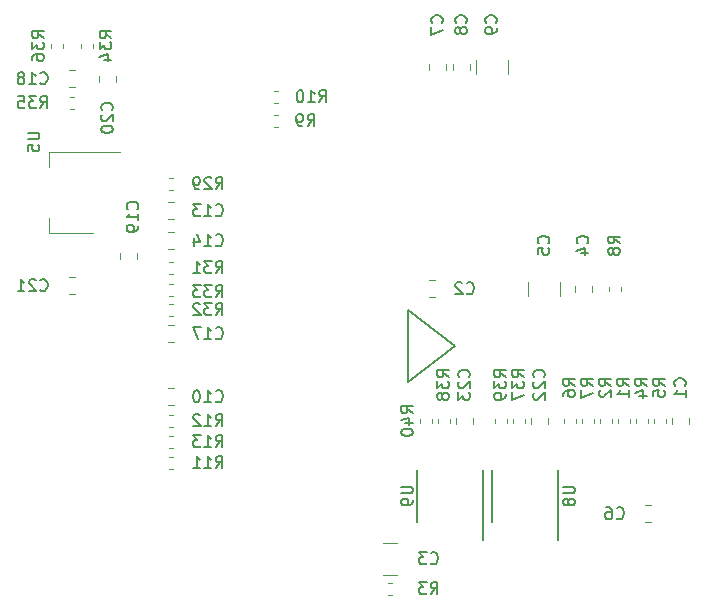
<source format=gbr>
G04 #@! TF.GenerationSoftware,KiCad,Pcbnew,(5.1.5-0-10_14)*
G04 #@! TF.CreationDate,2019-12-31T01:38:16-08:00*
G04 #@! TF.ProjectId,Glue Board,476c7565-2042-46f6-9172-642e6b696361,rev?*
G04 #@! TF.SameCoordinates,Original*
G04 #@! TF.FileFunction,Legend,Bot*
G04 #@! TF.FilePolarity,Positive*
%FSLAX46Y46*%
G04 Gerber Fmt 4.6, Leading zero omitted, Abs format (unit mm)*
G04 Created by KiCad (PCBNEW (5.1.5-0-10_14)) date 2019-12-31 01:38:16*
%MOMM*%
%LPD*%
G04 APERTURE LIST*
%ADD10C,0.120000*%
%ADD11C,0.150000*%
G04 APERTURE END LIST*
D10*
X202783221Y-53846000D02*
X203108779Y-53846000D01*
X202783221Y-54866000D02*
X203108779Y-54866000D01*
D11*
X220478000Y-91913000D02*
X220478000Y-85938000D01*
X214953000Y-90338000D02*
X214953000Y-85938000D01*
X226828000Y-91913000D02*
X226828000Y-85938000D01*
X221303000Y-90338000D02*
X221303000Y-85938000D01*
D10*
X216156000Y-81625221D02*
X216156000Y-81950779D01*
X215136000Y-81625221D02*
X215136000Y-81950779D01*
X222506000Y-81625221D02*
X222506000Y-81950779D01*
X221486000Y-81625221D02*
X221486000Y-81950779D01*
X217680000Y-81625221D02*
X217680000Y-81950779D01*
X216660000Y-81625221D02*
X216660000Y-81950779D01*
X224030000Y-81625221D02*
X224030000Y-81950779D01*
X223010000Y-81625221D02*
X223010000Y-81950779D01*
X218238000Y-82046578D02*
X218238000Y-81529422D01*
X219658000Y-82046578D02*
X219658000Y-81529422D01*
X224588000Y-82046578D02*
X224588000Y-81529422D01*
X226008000Y-82046578D02*
X226008000Y-81529422D01*
X189774000Y-59074000D02*
X183764000Y-59074000D01*
X187524000Y-65894000D02*
X183764000Y-65894000D01*
X183764000Y-59074000D02*
X183764000Y-60334000D01*
X183764000Y-65894000D02*
X183764000Y-64634000D01*
X183894000Y-50200779D02*
X183894000Y-49875221D01*
X184914000Y-50200779D02*
X184914000Y-49875221D01*
X185836779Y-55374000D02*
X185511221Y-55374000D01*
X185836779Y-54354000D02*
X185511221Y-54354000D01*
X187454000Y-49875221D02*
X187454000Y-50200779D01*
X186434000Y-49875221D02*
X186434000Y-50200779D01*
X185932578Y-71068000D02*
X185415422Y-71068000D01*
X185932578Y-69648000D02*
X185415422Y-69648000D01*
X188012000Y-53090578D02*
X188012000Y-52573422D01*
X189432000Y-53090578D02*
X189432000Y-52573422D01*
X191210000Y-67559422D02*
X191210000Y-68076578D01*
X189790000Y-67559422D02*
X189790000Y-68076578D01*
X185932578Y-53542000D02*
X185415422Y-53542000D01*
X185932578Y-52122000D02*
X185415422Y-52122000D01*
X193893221Y-70229000D02*
X194218779Y-70229000D01*
X193893221Y-71249000D02*
X194218779Y-71249000D01*
X193893221Y-71880000D02*
X194218779Y-71880000D01*
X193893221Y-72900000D02*
X194218779Y-72900000D01*
X194218779Y-69344000D02*
X193893221Y-69344000D01*
X194218779Y-68324000D02*
X193893221Y-68324000D01*
X194218779Y-62232000D02*
X193893221Y-62232000D01*
X194218779Y-61212000D02*
X193893221Y-61212000D01*
X193893221Y-83056000D02*
X194218779Y-83056000D01*
X193893221Y-84076000D02*
X194218779Y-84076000D01*
X193893221Y-81278000D02*
X194218779Y-81278000D01*
X193893221Y-82298000D02*
X194218779Y-82298000D01*
X193893221Y-84834000D02*
X194218779Y-84834000D01*
X193893221Y-85854000D02*
X194218779Y-85854000D01*
X194314578Y-75132000D02*
X193797422Y-75132000D01*
X194314578Y-73712000D02*
X193797422Y-73712000D01*
X193797422Y-65838000D02*
X194314578Y-65838000D01*
X193797422Y-67258000D02*
X194314578Y-67258000D01*
X193797422Y-63298000D02*
X194314578Y-63298000D01*
X193797422Y-64718000D02*
X194314578Y-64718000D01*
X194314578Y-80466000D02*
X193797422Y-80466000D01*
X194314578Y-79046000D02*
X193797422Y-79046000D01*
X202783221Y-55878000D02*
X203108779Y-55878000D01*
X202783221Y-56898000D02*
X203108779Y-56898000D01*
X219874000Y-52418064D02*
X219874000Y-51213936D01*
X222594000Y-52418064D02*
X222594000Y-51213936D01*
X217984000Y-52074578D02*
X217984000Y-51557422D01*
X219404000Y-52074578D02*
X219404000Y-51557422D01*
X215952000Y-52074578D02*
X215952000Y-51557422D01*
X217372000Y-52074578D02*
X217372000Y-51557422D01*
X234700578Y-90372000D02*
X234183422Y-90372000D01*
X234700578Y-88952000D02*
X234183422Y-88952000D01*
X231138000Y-70774779D02*
X231138000Y-70449221D01*
X232158000Y-70774779D02*
X232158000Y-70449221D01*
X229872000Y-81625221D02*
X229872000Y-81950779D01*
X228852000Y-81625221D02*
X228852000Y-81950779D01*
X228348000Y-81625221D02*
X228348000Y-81950779D01*
X227328000Y-81625221D02*
X227328000Y-81950779D01*
X235968000Y-81625221D02*
X235968000Y-81950779D01*
X234948000Y-81625221D02*
X234948000Y-81950779D01*
X233424000Y-81950779D02*
X233424000Y-81625221D01*
X234444000Y-81950779D02*
X234444000Y-81625221D01*
X212435221Y-95502000D02*
X212760779Y-95502000D01*
X212435221Y-96522000D02*
X212760779Y-96522000D01*
X231396000Y-81625221D02*
X231396000Y-81950779D01*
X230376000Y-81625221D02*
X230376000Y-81950779D01*
X231900000Y-81950779D02*
X231900000Y-81625221D01*
X232920000Y-81950779D02*
X232920000Y-81625221D01*
D11*
X214154000Y-72403000D02*
X214154000Y-78473000D01*
X218154000Y-75438000D02*
X214154000Y-78473000D01*
X218154000Y-75438000D02*
X214154000Y-72403000D01*
D10*
X224319000Y-71214064D02*
X224319000Y-70009936D01*
X227039000Y-71214064D02*
X227039000Y-70009936D01*
X228271000Y-70870578D02*
X228271000Y-70353422D01*
X229691000Y-70870578D02*
X229691000Y-70353422D01*
X211995936Y-92112000D02*
X213200064Y-92112000D01*
X211995936Y-94832000D02*
X213200064Y-94832000D01*
X215895422Y-69902000D02*
X216412578Y-69902000D01*
X215895422Y-71322000D02*
X216412578Y-71322000D01*
X237946000Y-81529422D02*
X237946000Y-82046578D01*
X236526000Y-81529422D02*
X236526000Y-82046578D01*
D11*
X206636857Y-54808380D02*
X206970190Y-54332190D01*
X207208285Y-54808380D02*
X207208285Y-53808380D01*
X206827333Y-53808380D01*
X206732095Y-53856000D01*
X206684476Y-53903619D01*
X206636857Y-53998857D01*
X206636857Y-54141714D01*
X206684476Y-54236952D01*
X206732095Y-54284571D01*
X206827333Y-54332190D01*
X207208285Y-54332190D01*
X205684476Y-54808380D02*
X206255904Y-54808380D01*
X205970190Y-54808380D02*
X205970190Y-53808380D01*
X206065428Y-53951238D01*
X206160666Y-54046476D01*
X206255904Y-54094095D01*
X205065428Y-53808380D02*
X204970190Y-53808380D01*
X204874952Y-53856000D01*
X204827333Y-53903619D01*
X204779714Y-53998857D01*
X204732095Y-54189333D01*
X204732095Y-54427428D01*
X204779714Y-54617904D01*
X204827333Y-54713142D01*
X204874952Y-54760761D01*
X204970190Y-54808380D01*
X205065428Y-54808380D01*
X205160666Y-54760761D01*
X205208285Y-54713142D01*
X205255904Y-54617904D01*
X205303523Y-54427428D01*
X205303523Y-54189333D01*
X205255904Y-53998857D01*
X205208285Y-53903619D01*
X205160666Y-53856000D01*
X205065428Y-53808380D01*
X213574380Y-87376095D02*
X214383904Y-87376095D01*
X214479142Y-87423714D01*
X214526761Y-87471333D01*
X214574380Y-87566571D01*
X214574380Y-87757047D01*
X214526761Y-87852285D01*
X214479142Y-87899904D01*
X214383904Y-87947523D01*
X213574380Y-87947523D01*
X214574380Y-88471333D02*
X214574380Y-88661809D01*
X214526761Y-88757047D01*
X214479142Y-88804666D01*
X214336285Y-88899904D01*
X214145809Y-88947523D01*
X213764857Y-88947523D01*
X213669619Y-88899904D01*
X213622000Y-88852285D01*
X213574380Y-88757047D01*
X213574380Y-88566571D01*
X213622000Y-88471333D01*
X213669619Y-88423714D01*
X213764857Y-88376095D01*
X214002952Y-88376095D01*
X214098190Y-88423714D01*
X214145809Y-88471333D01*
X214193428Y-88566571D01*
X214193428Y-88757047D01*
X214145809Y-88852285D01*
X214098190Y-88899904D01*
X214002952Y-88947523D01*
X227290380Y-87376095D02*
X228099904Y-87376095D01*
X228195142Y-87423714D01*
X228242761Y-87471333D01*
X228290380Y-87566571D01*
X228290380Y-87757047D01*
X228242761Y-87852285D01*
X228195142Y-87899904D01*
X228099904Y-87947523D01*
X227290380Y-87947523D01*
X227718952Y-88566571D02*
X227671333Y-88471333D01*
X227623714Y-88423714D01*
X227528476Y-88376095D01*
X227480857Y-88376095D01*
X227385619Y-88423714D01*
X227338000Y-88471333D01*
X227290380Y-88566571D01*
X227290380Y-88757047D01*
X227338000Y-88852285D01*
X227385619Y-88899904D01*
X227480857Y-88947523D01*
X227528476Y-88947523D01*
X227623714Y-88899904D01*
X227671333Y-88852285D01*
X227718952Y-88757047D01*
X227718952Y-88566571D01*
X227766571Y-88471333D01*
X227814190Y-88423714D01*
X227909428Y-88376095D01*
X228099904Y-88376095D01*
X228195142Y-88423714D01*
X228242761Y-88471333D01*
X228290380Y-88566571D01*
X228290380Y-88757047D01*
X228242761Y-88852285D01*
X228195142Y-88899904D01*
X228099904Y-88947523D01*
X227909428Y-88947523D01*
X227814190Y-88899904D01*
X227766571Y-88852285D01*
X227718952Y-88757047D01*
X214574380Y-81145142D02*
X214098190Y-80811809D01*
X214574380Y-80573714D02*
X213574380Y-80573714D01*
X213574380Y-80954666D01*
X213622000Y-81049904D01*
X213669619Y-81097523D01*
X213764857Y-81145142D01*
X213907714Y-81145142D01*
X214002952Y-81097523D01*
X214050571Y-81049904D01*
X214098190Y-80954666D01*
X214098190Y-80573714D01*
X213907714Y-82002285D02*
X214574380Y-82002285D01*
X213526761Y-81764190D02*
X214241047Y-81526095D01*
X214241047Y-82145142D01*
X213574380Y-82716571D02*
X213574380Y-82811809D01*
X213622000Y-82907047D01*
X213669619Y-82954666D01*
X213764857Y-83002285D01*
X213955333Y-83049904D01*
X214193428Y-83049904D01*
X214383904Y-83002285D01*
X214479142Y-82954666D01*
X214526761Y-82907047D01*
X214574380Y-82811809D01*
X214574380Y-82716571D01*
X214526761Y-82621333D01*
X214479142Y-82573714D01*
X214383904Y-82526095D01*
X214193428Y-82478476D01*
X213955333Y-82478476D01*
X213764857Y-82526095D01*
X213669619Y-82573714D01*
X213622000Y-82621333D01*
X213574380Y-82716571D01*
X222448380Y-78097142D02*
X221972190Y-77763809D01*
X222448380Y-77525714D02*
X221448380Y-77525714D01*
X221448380Y-77906666D01*
X221496000Y-78001904D01*
X221543619Y-78049523D01*
X221638857Y-78097142D01*
X221781714Y-78097142D01*
X221876952Y-78049523D01*
X221924571Y-78001904D01*
X221972190Y-77906666D01*
X221972190Y-77525714D01*
X221448380Y-78430476D02*
X221448380Y-79049523D01*
X221829333Y-78716190D01*
X221829333Y-78859047D01*
X221876952Y-78954285D01*
X221924571Y-79001904D01*
X222019809Y-79049523D01*
X222257904Y-79049523D01*
X222353142Y-79001904D01*
X222400761Y-78954285D01*
X222448380Y-78859047D01*
X222448380Y-78573333D01*
X222400761Y-78478095D01*
X222353142Y-78430476D01*
X222448380Y-79525714D02*
X222448380Y-79716190D01*
X222400761Y-79811428D01*
X222353142Y-79859047D01*
X222210285Y-79954285D01*
X222019809Y-80001904D01*
X221638857Y-80001904D01*
X221543619Y-79954285D01*
X221496000Y-79906666D01*
X221448380Y-79811428D01*
X221448380Y-79620952D01*
X221496000Y-79525714D01*
X221543619Y-79478095D01*
X221638857Y-79430476D01*
X221876952Y-79430476D01*
X221972190Y-79478095D01*
X222019809Y-79525714D01*
X222067428Y-79620952D01*
X222067428Y-79811428D01*
X222019809Y-79906666D01*
X221972190Y-79954285D01*
X221876952Y-80001904D01*
X217622380Y-78097142D02*
X217146190Y-77763809D01*
X217622380Y-77525714D02*
X216622380Y-77525714D01*
X216622380Y-77906666D01*
X216670000Y-78001904D01*
X216717619Y-78049523D01*
X216812857Y-78097142D01*
X216955714Y-78097142D01*
X217050952Y-78049523D01*
X217098571Y-78001904D01*
X217146190Y-77906666D01*
X217146190Y-77525714D01*
X216622380Y-78430476D02*
X216622380Y-79049523D01*
X217003333Y-78716190D01*
X217003333Y-78859047D01*
X217050952Y-78954285D01*
X217098571Y-79001904D01*
X217193809Y-79049523D01*
X217431904Y-79049523D01*
X217527142Y-79001904D01*
X217574761Y-78954285D01*
X217622380Y-78859047D01*
X217622380Y-78573333D01*
X217574761Y-78478095D01*
X217527142Y-78430476D01*
X217050952Y-79620952D02*
X217003333Y-79525714D01*
X216955714Y-79478095D01*
X216860476Y-79430476D01*
X216812857Y-79430476D01*
X216717619Y-79478095D01*
X216670000Y-79525714D01*
X216622380Y-79620952D01*
X216622380Y-79811428D01*
X216670000Y-79906666D01*
X216717619Y-79954285D01*
X216812857Y-80001904D01*
X216860476Y-80001904D01*
X216955714Y-79954285D01*
X217003333Y-79906666D01*
X217050952Y-79811428D01*
X217050952Y-79620952D01*
X217098571Y-79525714D01*
X217146190Y-79478095D01*
X217241428Y-79430476D01*
X217431904Y-79430476D01*
X217527142Y-79478095D01*
X217574761Y-79525714D01*
X217622380Y-79620952D01*
X217622380Y-79811428D01*
X217574761Y-79906666D01*
X217527142Y-79954285D01*
X217431904Y-80001904D01*
X217241428Y-80001904D01*
X217146190Y-79954285D01*
X217098571Y-79906666D01*
X217050952Y-79811428D01*
X223972380Y-78097142D02*
X223496190Y-77763809D01*
X223972380Y-77525714D02*
X222972380Y-77525714D01*
X222972380Y-77906666D01*
X223020000Y-78001904D01*
X223067619Y-78049523D01*
X223162857Y-78097142D01*
X223305714Y-78097142D01*
X223400952Y-78049523D01*
X223448571Y-78001904D01*
X223496190Y-77906666D01*
X223496190Y-77525714D01*
X222972380Y-78430476D02*
X222972380Y-79049523D01*
X223353333Y-78716190D01*
X223353333Y-78859047D01*
X223400952Y-78954285D01*
X223448571Y-79001904D01*
X223543809Y-79049523D01*
X223781904Y-79049523D01*
X223877142Y-79001904D01*
X223924761Y-78954285D01*
X223972380Y-78859047D01*
X223972380Y-78573333D01*
X223924761Y-78478095D01*
X223877142Y-78430476D01*
X222972380Y-79382857D02*
X222972380Y-80049523D01*
X223972380Y-79620952D01*
X219305142Y-78097142D02*
X219352761Y-78049523D01*
X219400380Y-77906666D01*
X219400380Y-77811428D01*
X219352761Y-77668571D01*
X219257523Y-77573333D01*
X219162285Y-77525714D01*
X218971809Y-77478095D01*
X218828952Y-77478095D01*
X218638476Y-77525714D01*
X218543238Y-77573333D01*
X218448000Y-77668571D01*
X218400380Y-77811428D01*
X218400380Y-77906666D01*
X218448000Y-78049523D01*
X218495619Y-78097142D01*
X218495619Y-78478095D02*
X218448000Y-78525714D01*
X218400380Y-78620952D01*
X218400380Y-78859047D01*
X218448000Y-78954285D01*
X218495619Y-79001904D01*
X218590857Y-79049523D01*
X218686095Y-79049523D01*
X218828952Y-79001904D01*
X219400380Y-78430476D01*
X219400380Y-79049523D01*
X218400380Y-79382857D02*
X218400380Y-80001904D01*
X218781333Y-79668571D01*
X218781333Y-79811428D01*
X218828952Y-79906666D01*
X218876571Y-79954285D01*
X218971809Y-80001904D01*
X219209904Y-80001904D01*
X219305142Y-79954285D01*
X219352761Y-79906666D01*
X219400380Y-79811428D01*
X219400380Y-79525714D01*
X219352761Y-79430476D01*
X219305142Y-79382857D01*
X225655142Y-78097142D02*
X225702761Y-78049523D01*
X225750380Y-77906666D01*
X225750380Y-77811428D01*
X225702761Y-77668571D01*
X225607523Y-77573333D01*
X225512285Y-77525714D01*
X225321809Y-77478095D01*
X225178952Y-77478095D01*
X224988476Y-77525714D01*
X224893238Y-77573333D01*
X224798000Y-77668571D01*
X224750380Y-77811428D01*
X224750380Y-77906666D01*
X224798000Y-78049523D01*
X224845619Y-78097142D01*
X224845619Y-78478095D02*
X224798000Y-78525714D01*
X224750380Y-78620952D01*
X224750380Y-78859047D01*
X224798000Y-78954285D01*
X224845619Y-79001904D01*
X224940857Y-79049523D01*
X225036095Y-79049523D01*
X225178952Y-79001904D01*
X225750380Y-78430476D01*
X225750380Y-79049523D01*
X224845619Y-79430476D02*
X224798000Y-79478095D01*
X224750380Y-79573333D01*
X224750380Y-79811428D01*
X224798000Y-79906666D01*
X224845619Y-79954285D01*
X224940857Y-80001904D01*
X225036095Y-80001904D01*
X225178952Y-79954285D01*
X225750380Y-79382857D01*
X225750380Y-80001904D01*
X181951380Y-57404095D02*
X182760904Y-57404095D01*
X182856142Y-57451714D01*
X182903761Y-57499333D01*
X182951380Y-57594571D01*
X182951380Y-57785047D01*
X182903761Y-57880285D01*
X182856142Y-57927904D01*
X182760904Y-57975523D01*
X181951380Y-57975523D01*
X181951380Y-58927904D02*
X181951380Y-58451714D01*
X182427571Y-58404095D01*
X182379952Y-58451714D01*
X182332333Y-58546952D01*
X182332333Y-58785047D01*
X182379952Y-58880285D01*
X182427571Y-58927904D01*
X182522809Y-58975523D01*
X182760904Y-58975523D01*
X182856142Y-58927904D01*
X182903761Y-58880285D01*
X182951380Y-58785047D01*
X182951380Y-58546952D01*
X182903761Y-58451714D01*
X182856142Y-58404095D01*
X183332380Y-49395142D02*
X182856190Y-49061809D01*
X183332380Y-48823714D02*
X182332380Y-48823714D01*
X182332380Y-49204666D01*
X182380000Y-49299904D01*
X182427619Y-49347523D01*
X182522857Y-49395142D01*
X182665714Y-49395142D01*
X182760952Y-49347523D01*
X182808571Y-49299904D01*
X182856190Y-49204666D01*
X182856190Y-48823714D01*
X182332380Y-49728476D02*
X182332380Y-50347523D01*
X182713333Y-50014190D01*
X182713333Y-50157047D01*
X182760952Y-50252285D01*
X182808571Y-50299904D01*
X182903809Y-50347523D01*
X183141904Y-50347523D01*
X183237142Y-50299904D01*
X183284761Y-50252285D01*
X183332380Y-50157047D01*
X183332380Y-49871333D01*
X183284761Y-49776095D01*
X183237142Y-49728476D01*
X182332380Y-51204666D02*
X182332380Y-51014190D01*
X182380000Y-50918952D01*
X182427619Y-50871333D01*
X182570476Y-50776095D01*
X182760952Y-50728476D01*
X183141904Y-50728476D01*
X183237142Y-50776095D01*
X183284761Y-50823714D01*
X183332380Y-50918952D01*
X183332380Y-51109428D01*
X183284761Y-51204666D01*
X183237142Y-51252285D01*
X183141904Y-51299904D01*
X182903809Y-51299904D01*
X182808571Y-51252285D01*
X182760952Y-51204666D01*
X182713333Y-51109428D01*
X182713333Y-50918952D01*
X182760952Y-50823714D01*
X182808571Y-50776095D01*
X182903809Y-50728476D01*
X183014857Y-55316380D02*
X183348190Y-54840190D01*
X183586285Y-55316380D02*
X183586285Y-54316380D01*
X183205333Y-54316380D01*
X183110095Y-54364000D01*
X183062476Y-54411619D01*
X183014857Y-54506857D01*
X183014857Y-54649714D01*
X183062476Y-54744952D01*
X183110095Y-54792571D01*
X183205333Y-54840190D01*
X183586285Y-54840190D01*
X182681523Y-54316380D02*
X182062476Y-54316380D01*
X182395809Y-54697333D01*
X182252952Y-54697333D01*
X182157714Y-54744952D01*
X182110095Y-54792571D01*
X182062476Y-54887809D01*
X182062476Y-55125904D01*
X182110095Y-55221142D01*
X182157714Y-55268761D01*
X182252952Y-55316380D01*
X182538666Y-55316380D01*
X182633904Y-55268761D01*
X182681523Y-55221142D01*
X181157714Y-54316380D02*
X181633904Y-54316380D01*
X181681523Y-54792571D01*
X181633904Y-54744952D01*
X181538666Y-54697333D01*
X181300571Y-54697333D01*
X181205333Y-54744952D01*
X181157714Y-54792571D01*
X181110095Y-54887809D01*
X181110095Y-55125904D01*
X181157714Y-55221142D01*
X181205333Y-55268761D01*
X181300571Y-55316380D01*
X181538666Y-55316380D01*
X181633904Y-55268761D01*
X181681523Y-55221142D01*
X189047380Y-49395142D02*
X188571190Y-49061809D01*
X189047380Y-48823714D02*
X188047380Y-48823714D01*
X188047380Y-49204666D01*
X188095000Y-49299904D01*
X188142619Y-49347523D01*
X188237857Y-49395142D01*
X188380714Y-49395142D01*
X188475952Y-49347523D01*
X188523571Y-49299904D01*
X188571190Y-49204666D01*
X188571190Y-48823714D01*
X188047380Y-49728476D02*
X188047380Y-50347523D01*
X188428333Y-50014190D01*
X188428333Y-50157047D01*
X188475952Y-50252285D01*
X188523571Y-50299904D01*
X188618809Y-50347523D01*
X188856904Y-50347523D01*
X188952142Y-50299904D01*
X188999761Y-50252285D01*
X189047380Y-50157047D01*
X189047380Y-49871333D01*
X188999761Y-49776095D01*
X188952142Y-49728476D01*
X188380714Y-51204666D02*
X189047380Y-51204666D01*
X187999761Y-50966571D02*
X188714047Y-50728476D01*
X188714047Y-51347523D01*
X183014857Y-70715142D02*
X183062476Y-70762761D01*
X183205333Y-70810380D01*
X183300571Y-70810380D01*
X183443428Y-70762761D01*
X183538666Y-70667523D01*
X183586285Y-70572285D01*
X183633904Y-70381809D01*
X183633904Y-70238952D01*
X183586285Y-70048476D01*
X183538666Y-69953238D01*
X183443428Y-69858000D01*
X183300571Y-69810380D01*
X183205333Y-69810380D01*
X183062476Y-69858000D01*
X183014857Y-69905619D01*
X182633904Y-69905619D02*
X182586285Y-69858000D01*
X182491047Y-69810380D01*
X182252952Y-69810380D01*
X182157714Y-69858000D01*
X182110095Y-69905619D01*
X182062476Y-70000857D01*
X182062476Y-70096095D01*
X182110095Y-70238952D01*
X182681523Y-70810380D01*
X182062476Y-70810380D01*
X181110095Y-70810380D02*
X181681523Y-70810380D01*
X181395809Y-70810380D02*
X181395809Y-69810380D01*
X181491047Y-69953238D01*
X181586285Y-70048476D01*
X181681523Y-70096095D01*
X189079142Y-55491142D02*
X189126761Y-55443523D01*
X189174380Y-55300666D01*
X189174380Y-55205428D01*
X189126761Y-55062571D01*
X189031523Y-54967333D01*
X188936285Y-54919714D01*
X188745809Y-54872095D01*
X188602952Y-54872095D01*
X188412476Y-54919714D01*
X188317238Y-54967333D01*
X188222000Y-55062571D01*
X188174380Y-55205428D01*
X188174380Y-55300666D01*
X188222000Y-55443523D01*
X188269619Y-55491142D01*
X188269619Y-55872095D02*
X188222000Y-55919714D01*
X188174380Y-56014952D01*
X188174380Y-56253047D01*
X188222000Y-56348285D01*
X188269619Y-56395904D01*
X188364857Y-56443523D01*
X188460095Y-56443523D01*
X188602952Y-56395904D01*
X189174380Y-55824476D01*
X189174380Y-56443523D01*
X188174380Y-57062571D02*
X188174380Y-57157809D01*
X188222000Y-57253047D01*
X188269619Y-57300666D01*
X188364857Y-57348285D01*
X188555333Y-57395904D01*
X188793428Y-57395904D01*
X188983904Y-57348285D01*
X189079142Y-57300666D01*
X189126761Y-57253047D01*
X189174380Y-57157809D01*
X189174380Y-57062571D01*
X189126761Y-56967333D01*
X189079142Y-56919714D01*
X188983904Y-56872095D01*
X188793428Y-56824476D01*
X188555333Y-56824476D01*
X188364857Y-56872095D01*
X188269619Y-56919714D01*
X188222000Y-56967333D01*
X188174380Y-57062571D01*
X191238142Y-63873142D02*
X191285761Y-63825523D01*
X191333380Y-63682666D01*
X191333380Y-63587428D01*
X191285761Y-63444571D01*
X191190523Y-63349333D01*
X191095285Y-63301714D01*
X190904809Y-63254095D01*
X190761952Y-63254095D01*
X190571476Y-63301714D01*
X190476238Y-63349333D01*
X190381000Y-63444571D01*
X190333380Y-63587428D01*
X190333380Y-63682666D01*
X190381000Y-63825523D01*
X190428619Y-63873142D01*
X191333380Y-64825523D02*
X191333380Y-64254095D01*
X191333380Y-64539809D02*
X190333380Y-64539809D01*
X190476238Y-64444571D01*
X190571476Y-64349333D01*
X190619095Y-64254095D01*
X191333380Y-65301714D02*
X191333380Y-65492190D01*
X191285761Y-65587428D01*
X191238142Y-65635047D01*
X191095285Y-65730285D01*
X190904809Y-65777904D01*
X190523857Y-65777904D01*
X190428619Y-65730285D01*
X190381000Y-65682666D01*
X190333380Y-65587428D01*
X190333380Y-65396952D01*
X190381000Y-65301714D01*
X190428619Y-65254095D01*
X190523857Y-65206476D01*
X190761952Y-65206476D01*
X190857190Y-65254095D01*
X190904809Y-65301714D01*
X190952428Y-65396952D01*
X190952428Y-65587428D01*
X190904809Y-65682666D01*
X190857190Y-65730285D01*
X190761952Y-65777904D01*
X183014857Y-53189142D02*
X183062476Y-53236761D01*
X183205333Y-53284380D01*
X183300571Y-53284380D01*
X183443428Y-53236761D01*
X183538666Y-53141523D01*
X183586285Y-53046285D01*
X183633904Y-52855809D01*
X183633904Y-52712952D01*
X183586285Y-52522476D01*
X183538666Y-52427238D01*
X183443428Y-52332000D01*
X183300571Y-52284380D01*
X183205333Y-52284380D01*
X183062476Y-52332000D01*
X183014857Y-52379619D01*
X182062476Y-53284380D02*
X182633904Y-53284380D01*
X182348190Y-53284380D02*
X182348190Y-52284380D01*
X182443428Y-52427238D01*
X182538666Y-52522476D01*
X182633904Y-52570095D01*
X181491047Y-52712952D02*
X181586285Y-52665333D01*
X181633904Y-52617714D01*
X181681523Y-52522476D01*
X181681523Y-52474857D01*
X181633904Y-52379619D01*
X181586285Y-52332000D01*
X181491047Y-52284380D01*
X181300571Y-52284380D01*
X181205333Y-52332000D01*
X181157714Y-52379619D01*
X181110095Y-52474857D01*
X181110095Y-52522476D01*
X181157714Y-52617714D01*
X181205333Y-52665333D01*
X181300571Y-52712952D01*
X181491047Y-52712952D01*
X181586285Y-52760571D01*
X181633904Y-52808190D01*
X181681523Y-52903428D01*
X181681523Y-53093904D01*
X181633904Y-53189142D01*
X181586285Y-53236761D01*
X181491047Y-53284380D01*
X181300571Y-53284380D01*
X181205333Y-53236761D01*
X181157714Y-53189142D01*
X181110095Y-53093904D01*
X181110095Y-52903428D01*
X181157714Y-52808190D01*
X181205333Y-52760571D01*
X181300571Y-52712952D01*
X197873857Y-71318380D02*
X198207190Y-70842190D01*
X198445285Y-71318380D02*
X198445285Y-70318380D01*
X198064333Y-70318380D01*
X197969095Y-70366000D01*
X197921476Y-70413619D01*
X197873857Y-70508857D01*
X197873857Y-70651714D01*
X197921476Y-70746952D01*
X197969095Y-70794571D01*
X198064333Y-70842190D01*
X198445285Y-70842190D01*
X197540523Y-70318380D02*
X196921476Y-70318380D01*
X197254809Y-70699333D01*
X197111952Y-70699333D01*
X197016714Y-70746952D01*
X196969095Y-70794571D01*
X196921476Y-70889809D01*
X196921476Y-71127904D01*
X196969095Y-71223142D01*
X197016714Y-71270761D01*
X197111952Y-71318380D01*
X197397666Y-71318380D01*
X197492904Y-71270761D01*
X197540523Y-71223142D01*
X196588142Y-70318380D02*
X195969095Y-70318380D01*
X196302428Y-70699333D01*
X196159571Y-70699333D01*
X196064333Y-70746952D01*
X196016714Y-70794571D01*
X195969095Y-70889809D01*
X195969095Y-71127904D01*
X196016714Y-71223142D01*
X196064333Y-71270761D01*
X196159571Y-71318380D01*
X196445285Y-71318380D01*
X196540523Y-71270761D01*
X196588142Y-71223142D01*
X197873857Y-72842380D02*
X198207190Y-72366190D01*
X198445285Y-72842380D02*
X198445285Y-71842380D01*
X198064333Y-71842380D01*
X197969095Y-71890000D01*
X197921476Y-71937619D01*
X197873857Y-72032857D01*
X197873857Y-72175714D01*
X197921476Y-72270952D01*
X197969095Y-72318571D01*
X198064333Y-72366190D01*
X198445285Y-72366190D01*
X197540523Y-71842380D02*
X196921476Y-71842380D01*
X197254809Y-72223333D01*
X197111952Y-72223333D01*
X197016714Y-72270952D01*
X196969095Y-72318571D01*
X196921476Y-72413809D01*
X196921476Y-72651904D01*
X196969095Y-72747142D01*
X197016714Y-72794761D01*
X197111952Y-72842380D01*
X197397666Y-72842380D01*
X197492904Y-72794761D01*
X197540523Y-72747142D01*
X196540523Y-71937619D02*
X196492904Y-71890000D01*
X196397666Y-71842380D01*
X196159571Y-71842380D01*
X196064333Y-71890000D01*
X196016714Y-71937619D01*
X195969095Y-72032857D01*
X195969095Y-72128095D01*
X196016714Y-72270952D01*
X196588142Y-72842380D01*
X195969095Y-72842380D01*
X197873857Y-69286380D02*
X198207190Y-68810190D01*
X198445285Y-69286380D02*
X198445285Y-68286380D01*
X198064333Y-68286380D01*
X197969095Y-68334000D01*
X197921476Y-68381619D01*
X197873857Y-68476857D01*
X197873857Y-68619714D01*
X197921476Y-68714952D01*
X197969095Y-68762571D01*
X198064333Y-68810190D01*
X198445285Y-68810190D01*
X197540523Y-68286380D02*
X196921476Y-68286380D01*
X197254809Y-68667333D01*
X197111952Y-68667333D01*
X197016714Y-68714952D01*
X196969095Y-68762571D01*
X196921476Y-68857809D01*
X196921476Y-69095904D01*
X196969095Y-69191142D01*
X197016714Y-69238761D01*
X197111952Y-69286380D01*
X197397666Y-69286380D01*
X197492904Y-69238761D01*
X197540523Y-69191142D01*
X195969095Y-69286380D02*
X196540523Y-69286380D01*
X196254809Y-69286380D02*
X196254809Y-68286380D01*
X196350047Y-68429238D01*
X196445285Y-68524476D01*
X196540523Y-68572095D01*
X197873857Y-62174380D02*
X198207190Y-61698190D01*
X198445285Y-62174380D02*
X198445285Y-61174380D01*
X198064333Y-61174380D01*
X197969095Y-61222000D01*
X197921476Y-61269619D01*
X197873857Y-61364857D01*
X197873857Y-61507714D01*
X197921476Y-61602952D01*
X197969095Y-61650571D01*
X198064333Y-61698190D01*
X198445285Y-61698190D01*
X197492904Y-61269619D02*
X197445285Y-61222000D01*
X197350047Y-61174380D01*
X197111952Y-61174380D01*
X197016714Y-61222000D01*
X196969095Y-61269619D01*
X196921476Y-61364857D01*
X196921476Y-61460095D01*
X196969095Y-61602952D01*
X197540523Y-62174380D01*
X196921476Y-62174380D01*
X196445285Y-62174380D02*
X196254809Y-62174380D01*
X196159571Y-62126761D01*
X196111952Y-62079142D01*
X196016714Y-61936285D01*
X195969095Y-61745809D01*
X195969095Y-61364857D01*
X196016714Y-61269619D01*
X196064333Y-61222000D01*
X196159571Y-61174380D01*
X196350047Y-61174380D01*
X196445285Y-61222000D01*
X196492904Y-61269619D01*
X196540523Y-61364857D01*
X196540523Y-61602952D01*
X196492904Y-61698190D01*
X196445285Y-61745809D01*
X196350047Y-61793428D01*
X196159571Y-61793428D01*
X196064333Y-61745809D01*
X196016714Y-61698190D01*
X195969095Y-61602952D01*
X197873857Y-84018380D02*
X198207190Y-83542190D01*
X198445285Y-84018380D02*
X198445285Y-83018380D01*
X198064333Y-83018380D01*
X197969095Y-83066000D01*
X197921476Y-83113619D01*
X197873857Y-83208857D01*
X197873857Y-83351714D01*
X197921476Y-83446952D01*
X197969095Y-83494571D01*
X198064333Y-83542190D01*
X198445285Y-83542190D01*
X196921476Y-84018380D02*
X197492904Y-84018380D01*
X197207190Y-84018380D02*
X197207190Y-83018380D01*
X197302428Y-83161238D01*
X197397666Y-83256476D01*
X197492904Y-83304095D01*
X196588142Y-83018380D02*
X195969095Y-83018380D01*
X196302428Y-83399333D01*
X196159571Y-83399333D01*
X196064333Y-83446952D01*
X196016714Y-83494571D01*
X195969095Y-83589809D01*
X195969095Y-83827904D01*
X196016714Y-83923142D01*
X196064333Y-83970761D01*
X196159571Y-84018380D01*
X196445285Y-84018380D01*
X196540523Y-83970761D01*
X196588142Y-83923142D01*
X197873857Y-82240380D02*
X198207190Y-81764190D01*
X198445285Y-82240380D02*
X198445285Y-81240380D01*
X198064333Y-81240380D01*
X197969095Y-81288000D01*
X197921476Y-81335619D01*
X197873857Y-81430857D01*
X197873857Y-81573714D01*
X197921476Y-81668952D01*
X197969095Y-81716571D01*
X198064333Y-81764190D01*
X198445285Y-81764190D01*
X196921476Y-82240380D02*
X197492904Y-82240380D01*
X197207190Y-82240380D02*
X197207190Y-81240380D01*
X197302428Y-81383238D01*
X197397666Y-81478476D01*
X197492904Y-81526095D01*
X196540523Y-81335619D02*
X196492904Y-81288000D01*
X196397666Y-81240380D01*
X196159571Y-81240380D01*
X196064333Y-81288000D01*
X196016714Y-81335619D01*
X195969095Y-81430857D01*
X195969095Y-81526095D01*
X196016714Y-81668952D01*
X196588142Y-82240380D01*
X195969095Y-82240380D01*
X197873857Y-85796380D02*
X198207190Y-85320190D01*
X198445285Y-85796380D02*
X198445285Y-84796380D01*
X198064333Y-84796380D01*
X197969095Y-84844000D01*
X197921476Y-84891619D01*
X197873857Y-84986857D01*
X197873857Y-85129714D01*
X197921476Y-85224952D01*
X197969095Y-85272571D01*
X198064333Y-85320190D01*
X198445285Y-85320190D01*
X196921476Y-85796380D02*
X197492904Y-85796380D01*
X197207190Y-85796380D02*
X197207190Y-84796380D01*
X197302428Y-84939238D01*
X197397666Y-85034476D01*
X197492904Y-85082095D01*
X195969095Y-85796380D02*
X196540523Y-85796380D01*
X196254809Y-85796380D02*
X196254809Y-84796380D01*
X196350047Y-84939238D01*
X196445285Y-85034476D01*
X196540523Y-85082095D01*
X197873857Y-74779142D02*
X197921476Y-74826761D01*
X198064333Y-74874380D01*
X198159571Y-74874380D01*
X198302428Y-74826761D01*
X198397666Y-74731523D01*
X198445285Y-74636285D01*
X198492904Y-74445809D01*
X198492904Y-74302952D01*
X198445285Y-74112476D01*
X198397666Y-74017238D01*
X198302428Y-73922000D01*
X198159571Y-73874380D01*
X198064333Y-73874380D01*
X197921476Y-73922000D01*
X197873857Y-73969619D01*
X196921476Y-74874380D02*
X197492904Y-74874380D01*
X197207190Y-74874380D02*
X197207190Y-73874380D01*
X197302428Y-74017238D01*
X197397666Y-74112476D01*
X197492904Y-74160095D01*
X196588142Y-73874380D02*
X195921476Y-73874380D01*
X196350047Y-74874380D01*
X197873857Y-66905142D02*
X197921476Y-66952761D01*
X198064333Y-67000380D01*
X198159571Y-67000380D01*
X198302428Y-66952761D01*
X198397666Y-66857523D01*
X198445285Y-66762285D01*
X198492904Y-66571809D01*
X198492904Y-66428952D01*
X198445285Y-66238476D01*
X198397666Y-66143238D01*
X198302428Y-66048000D01*
X198159571Y-66000380D01*
X198064333Y-66000380D01*
X197921476Y-66048000D01*
X197873857Y-66095619D01*
X196921476Y-67000380D02*
X197492904Y-67000380D01*
X197207190Y-67000380D02*
X197207190Y-66000380D01*
X197302428Y-66143238D01*
X197397666Y-66238476D01*
X197492904Y-66286095D01*
X196064333Y-66333714D02*
X196064333Y-67000380D01*
X196302428Y-65952761D02*
X196540523Y-66667047D01*
X195921476Y-66667047D01*
X197873857Y-64365142D02*
X197921476Y-64412761D01*
X198064333Y-64460380D01*
X198159571Y-64460380D01*
X198302428Y-64412761D01*
X198397666Y-64317523D01*
X198445285Y-64222285D01*
X198492904Y-64031809D01*
X198492904Y-63888952D01*
X198445285Y-63698476D01*
X198397666Y-63603238D01*
X198302428Y-63508000D01*
X198159571Y-63460380D01*
X198064333Y-63460380D01*
X197921476Y-63508000D01*
X197873857Y-63555619D01*
X196921476Y-64460380D02*
X197492904Y-64460380D01*
X197207190Y-64460380D02*
X197207190Y-63460380D01*
X197302428Y-63603238D01*
X197397666Y-63698476D01*
X197492904Y-63746095D01*
X196588142Y-63460380D02*
X195969095Y-63460380D01*
X196302428Y-63841333D01*
X196159571Y-63841333D01*
X196064333Y-63888952D01*
X196016714Y-63936571D01*
X195969095Y-64031809D01*
X195969095Y-64269904D01*
X196016714Y-64365142D01*
X196064333Y-64412761D01*
X196159571Y-64460380D01*
X196445285Y-64460380D01*
X196540523Y-64412761D01*
X196588142Y-64365142D01*
X197873857Y-80113142D02*
X197921476Y-80160761D01*
X198064333Y-80208380D01*
X198159571Y-80208380D01*
X198302428Y-80160761D01*
X198397666Y-80065523D01*
X198445285Y-79970285D01*
X198492904Y-79779809D01*
X198492904Y-79636952D01*
X198445285Y-79446476D01*
X198397666Y-79351238D01*
X198302428Y-79256000D01*
X198159571Y-79208380D01*
X198064333Y-79208380D01*
X197921476Y-79256000D01*
X197873857Y-79303619D01*
X196921476Y-80208380D02*
X197492904Y-80208380D01*
X197207190Y-80208380D02*
X197207190Y-79208380D01*
X197302428Y-79351238D01*
X197397666Y-79446476D01*
X197492904Y-79494095D01*
X196302428Y-79208380D02*
X196207190Y-79208380D01*
X196111952Y-79256000D01*
X196064333Y-79303619D01*
X196016714Y-79398857D01*
X195969095Y-79589333D01*
X195969095Y-79827428D01*
X196016714Y-80017904D01*
X196064333Y-80113142D01*
X196111952Y-80160761D01*
X196207190Y-80208380D01*
X196302428Y-80208380D01*
X196397666Y-80160761D01*
X196445285Y-80113142D01*
X196492904Y-80017904D01*
X196540523Y-79827428D01*
X196540523Y-79589333D01*
X196492904Y-79398857D01*
X196445285Y-79303619D01*
X196397666Y-79256000D01*
X196302428Y-79208380D01*
X205652666Y-56840380D02*
X205986000Y-56364190D01*
X206224095Y-56840380D02*
X206224095Y-55840380D01*
X205843142Y-55840380D01*
X205747904Y-55888000D01*
X205700285Y-55935619D01*
X205652666Y-56030857D01*
X205652666Y-56173714D01*
X205700285Y-56268952D01*
X205747904Y-56316571D01*
X205843142Y-56364190D01*
X206224095Y-56364190D01*
X205176476Y-56840380D02*
X204986000Y-56840380D01*
X204890761Y-56792761D01*
X204843142Y-56745142D01*
X204747904Y-56602285D01*
X204700285Y-56411809D01*
X204700285Y-56030857D01*
X204747904Y-55935619D01*
X204795523Y-55888000D01*
X204890761Y-55840380D01*
X205081238Y-55840380D01*
X205176476Y-55888000D01*
X205224095Y-55935619D01*
X205271714Y-56030857D01*
X205271714Y-56268952D01*
X205224095Y-56364190D01*
X205176476Y-56411809D01*
X205081238Y-56459428D01*
X204890761Y-56459428D01*
X204795523Y-56411809D01*
X204747904Y-56364190D01*
X204700285Y-56268952D01*
X221591142Y-48093333D02*
X221638761Y-48045714D01*
X221686380Y-47902857D01*
X221686380Y-47807619D01*
X221638761Y-47664761D01*
X221543523Y-47569523D01*
X221448285Y-47521904D01*
X221257809Y-47474285D01*
X221114952Y-47474285D01*
X220924476Y-47521904D01*
X220829238Y-47569523D01*
X220734000Y-47664761D01*
X220686380Y-47807619D01*
X220686380Y-47902857D01*
X220734000Y-48045714D01*
X220781619Y-48093333D01*
X221686380Y-48569523D02*
X221686380Y-48760000D01*
X221638761Y-48855238D01*
X221591142Y-48902857D01*
X221448285Y-48998095D01*
X221257809Y-49045714D01*
X220876857Y-49045714D01*
X220781619Y-48998095D01*
X220734000Y-48950476D01*
X220686380Y-48855238D01*
X220686380Y-48664761D01*
X220734000Y-48569523D01*
X220781619Y-48521904D01*
X220876857Y-48474285D01*
X221114952Y-48474285D01*
X221210190Y-48521904D01*
X221257809Y-48569523D01*
X221305428Y-48664761D01*
X221305428Y-48855238D01*
X221257809Y-48950476D01*
X221210190Y-48998095D01*
X221114952Y-49045714D01*
X219051142Y-48093333D02*
X219098761Y-48045714D01*
X219146380Y-47902857D01*
X219146380Y-47807619D01*
X219098761Y-47664761D01*
X219003523Y-47569523D01*
X218908285Y-47521904D01*
X218717809Y-47474285D01*
X218574952Y-47474285D01*
X218384476Y-47521904D01*
X218289238Y-47569523D01*
X218194000Y-47664761D01*
X218146380Y-47807619D01*
X218146380Y-47902857D01*
X218194000Y-48045714D01*
X218241619Y-48093333D01*
X218574952Y-48664761D02*
X218527333Y-48569523D01*
X218479714Y-48521904D01*
X218384476Y-48474285D01*
X218336857Y-48474285D01*
X218241619Y-48521904D01*
X218194000Y-48569523D01*
X218146380Y-48664761D01*
X218146380Y-48855238D01*
X218194000Y-48950476D01*
X218241619Y-48998095D01*
X218336857Y-49045714D01*
X218384476Y-49045714D01*
X218479714Y-48998095D01*
X218527333Y-48950476D01*
X218574952Y-48855238D01*
X218574952Y-48664761D01*
X218622571Y-48569523D01*
X218670190Y-48521904D01*
X218765428Y-48474285D01*
X218955904Y-48474285D01*
X219051142Y-48521904D01*
X219098761Y-48569523D01*
X219146380Y-48664761D01*
X219146380Y-48855238D01*
X219098761Y-48950476D01*
X219051142Y-48998095D01*
X218955904Y-49045714D01*
X218765428Y-49045714D01*
X218670190Y-48998095D01*
X218622571Y-48950476D01*
X218574952Y-48855238D01*
X217019142Y-48093333D02*
X217066761Y-48045714D01*
X217114380Y-47902857D01*
X217114380Y-47807619D01*
X217066761Y-47664761D01*
X216971523Y-47569523D01*
X216876285Y-47521904D01*
X216685809Y-47474285D01*
X216542952Y-47474285D01*
X216352476Y-47521904D01*
X216257238Y-47569523D01*
X216162000Y-47664761D01*
X216114380Y-47807619D01*
X216114380Y-47902857D01*
X216162000Y-48045714D01*
X216209619Y-48093333D01*
X216114380Y-48426666D02*
X216114380Y-49093333D01*
X217114380Y-48664761D01*
X231814666Y-90019142D02*
X231862285Y-90066761D01*
X232005142Y-90114380D01*
X232100380Y-90114380D01*
X232243238Y-90066761D01*
X232338476Y-89971523D01*
X232386095Y-89876285D01*
X232433714Y-89685809D01*
X232433714Y-89542952D01*
X232386095Y-89352476D01*
X232338476Y-89257238D01*
X232243238Y-89162000D01*
X232100380Y-89114380D01*
X232005142Y-89114380D01*
X231862285Y-89162000D01*
X231814666Y-89209619D01*
X230957523Y-89114380D02*
X231148000Y-89114380D01*
X231243238Y-89162000D01*
X231290857Y-89209619D01*
X231386095Y-89352476D01*
X231433714Y-89542952D01*
X231433714Y-89923904D01*
X231386095Y-90019142D01*
X231338476Y-90066761D01*
X231243238Y-90114380D01*
X231052761Y-90114380D01*
X230957523Y-90066761D01*
X230909904Y-90019142D01*
X230862285Y-89923904D01*
X230862285Y-89685809D01*
X230909904Y-89590571D01*
X230957523Y-89542952D01*
X231052761Y-89495333D01*
X231243238Y-89495333D01*
X231338476Y-89542952D01*
X231386095Y-89590571D01*
X231433714Y-89685809D01*
X232100380Y-66762333D02*
X231624190Y-66429000D01*
X232100380Y-66190904D02*
X231100380Y-66190904D01*
X231100380Y-66571857D01*
X231148000Y-66667095D01*
X231195619Y-66714714D01*
X231290857Y-66762333D01*
X231433714Y-66762333D01*
X231528952Y-66714714D01*
X231576571Y-66667095D01*
X231624190Y-66571857D01*
X231624190Y-66190904D01*
X231528952Y-67333761D02*
X231481333Y-67238523D01*
X231433714Y-67190904D01*
X231338476Y-67143285D01*
X231290857Y-67143285D01*
X231195619Y-67190904D01*
X231148000Y-67238523D01*
X231100380Y-67333761D01*
X231100380Y-67524238D01*
X231148000Y-67619476D01*
X231195619Y-67667095D01*
X231290857Y-67714714D01*
X231338476Y-67714714D01*
X231433714Y-67667095D01*
X231481333Y-67619476D01*
X231528952Y-67524238D01*
X231528952Y-67333761D01*
X231576571Y-67238523D01*
X231624190Y-67190904D01*
X231719428Y-67143285D01*
X231909904Y-67143285D01*
X232005142Y-67190904D01*
X232052761Y-67238523D01*
X232100380Y-67333761D01*
X232100380Y-67524238D01*
X232052761Y-67619476D01*
X232005142Y-67667095D01*
X231909904Y-67714714D01*
X231719428Y-67714714D01*
X231624190Y-67667095D01*
X231576571Y-67619476D01*
X231528952Y-67524238D01*
X229814380Y-78827333D02*
X229338190Y-78494000D01*
X229814380Y-78255904D02*
X228814380Y-78255904D01*
X228814380Y-78636857D01*
X228862000Y-78732095D01*
X228909619Y-78779714D01*
X229004857Y-78827333D01*
X229147714Y-78827333D01*
X229242952Y-78779714D01*
X229290571Y-78732095D01*
X229338190Y-78636857D01*
X229338190Y-78255904D01*
X228814380Y-79160666D02*
X228814380Y-79827333D01*
X229814380Y-79398761D01*
X228290380Y-78827333D02*
X227814190Y-78494000D01*
X228290380Y-78255904D02*
X227290380Y-78255904D01*
X227290380Y-78636857D01*
X227338000Y-78732095D01*
X227385619Y-78779714D01*
X227480857Y-78827333D01*
X227623714Y-78827333D01*
X227718952Y-78779714D01*
X227766571Y-78732095D01*
X227814190Y-78636857D01*
X227814190Y-78255904D01*
X227290380Y-79684476D02*
X227290380Y-79494000D01*
X227338000Y-79398761D01*
X227385619Y-79351142D01*
X227528476Y-79255904D01*
X227718952Y-79208285D01*
X228099904Y-79208285D01*
X228195142Y-79255904D01*
X228242761Y-79303523D01*
X228290380Y-79398761D01*
X228290380Y-79589238D01*
X228242761Y-79684476D01*
X228195142Y-79732095D01*
X228099904Y-79779714D01*
X227861809Y-79779714D01*
X227766571Y-79732095D01*
X227718952Y-79684476D01*
X227671333Y-79589238D01*
X227671333Y-79398761D01*
X227718952Y-79303523D01*
X227766571Y-79255904D01*
X227861809Y-79208285D01*
X235910380Y-78827333D02*
X235434190Y-78494000D01*
X235910380Y-78255904D02*
X234910380Y-78255904D01*
X234910380Y-78636857D01*
X234958000Y-78732095D01*
X235005619Y-78779714D01*
X235100857Y-78827333D01*
X235243714Y-78827333D01*
X235338952Y-78779714D01*
X235386571Y-78732095D01*
X235434190Y-78636857D01*
X235434190Y-78255904D01*
X234910380Y-79732095D02*
X234910380Y-79255904D01*
X235386571Y-79208285D01*
X235338952Y-79255904D01*
X235291333Y-79351142D01*
X235291333Y-79589238D01*
X235338952Y-79684476D01*
X235386571Y-79732095D01*
X235481809Y-79779714D01*
X235719904Y-79779714D01*
X235815142Y-79732095D01*
X235862761Y-79684476D01*
X235910380Y-79589238D01*
X235910380Y-79351142D01*
X235862761Y-79255904D01*
X235815142Y-79208285D01*
X234386380Y-78827333D02*
X233910190Y-78494000D01*
X234386380Y-78255904D02*
X233386380Y-78255904D01*
X233386380Y-78636857D01*
X233434000Y-78732095D01*
X233481619Y-78779714D01*
X233576857Y-78827333D01*
X233719714Y-78827333D01*
X233814952Y-78779714D01*
X233862571Y-78732095D01*
X233910190Y-78636857D01*
X233910190Y-78255904D01*
X233719714Y-79684476D02*
X234386380Y-79684476D01*
X233338761Y-79446380D02*
X234053047Y-79208285D01*
X234053047Y-79827333D01*
X216066666Y-96464380D02*
X216400000Y-95988190D01*
X216638095Y-96464380D02*
X216638095Y-95464380D01*
X216257142Y-95464380D01*
X216161904Y-95512000D01*
X216114285Y-95559619D01*
X216066666Y-95654857D01*
X216066666Y-95797714D01*
X216114285Y-95892952D01*
X216161904Y-95940571D01*
X216257142Y-95988190D01*
X216638095Y-95988190D01*
X215733333Y-95464380D02*
X215114285Y-95464380D01*
X215447619Y-95845333D01*
X215304761Y-95845333D01*
X215209523Y-95892952D01*
X215161904Y-95940571D01*
X215114285Y-96035809D01*
X215114285Y-96273904D01*
X215161904Y-96369142D01*
X215209523Y-96416761D01*
X215304761Y-96464380D01*
X215590476Y-96464380D01*
X215685714Y-96416761D01*
X215733333Y-96369142D01*
X231338380Y-78827333D02*
X230862190Y-78494000D01*
X231338380Y-78255904D02*
X230338380Y-78255904D01*
X230338380Y-78636857D01*
X230386000Y-78732095D01*
X230433619Y-78779714D01*
X230528857Y-78827333D01*
X230671714Y-78827333D01*
X230766952Y-78779714D01*
X230814571Y-78732095D01*
X230862190Y-78636857D01*
X230862190Y-78255904D01*
X230433619Y-79208285D02*
X230386000Y-79255904D01*
X230338380Y-79351142D01*
X230338380Y-79589238D01*
X230386000Y-79684476D01*
X230433619Y-79732095D01*
X230528857Y-79779714D01*
X230624095Y-79779714D01*
X230766952Y-79732095D01*
X231338380Y-79160666D01*
X231338380Y-79779714D01*
X232862380Y-78827333D02*
X232386190Y-78494000D01*
X232862380Y-78255904D02*
X231862380Y-78255904D01*
X231862380Y-78636857D01*
X231910000Y-78732095D01*
X231957619Y-78779714D01*
X232052857Y-78827333D01*
X232195714Y-78827333D01*
X232290952Y-78779714D01*
X232338571Y-78732095D01*
X232386190Y-78636857D01*
X232386190Y-78255904D01*
X232862380Y-79779714D02*
X232862380Y-79208285D01*
X232862380Y-79494000D02*
X231862380Y-79494000D01*
X232005238Y-79398761D01*
X232100476Y-79303523D01*
X232148095Y-79208285D01*
X226036142Y-66762333D02*
X226083761Y-66714714D01*
X226131380Y-66571857D01*
X226131380Y-66476619D01*
X226083761Y-66333761D01*
X225988523Y-66238523D01*
X225893285Y-66190904D01*
X225702809Y-66143285D01*
X225559952Y-66143285D01*
X225369476Y-66190904D01*
X225274238Y-66238523D01*
X225179000Y-66333761D01*
X225131380Y-66476619D01*
X225131380Y-66571857D01*
X225179000Y-66714714D01*
X225226619Y-66762333D01*
X225131380Y-67667095D02*
X225131380Y-67190904D01*
X225607571Y-67143285D01*
X225559952Y-67190904D01*
X225512333Y-67286142D01*
X225512333Y-67524238D01*
X225559952Y-67619476D01*
X225607571Y-67667095D01*
X225702809Y-67714714D01*
X225940904Y-67714714D01*
X226036142Y-67667095D01*
X226083761Y-67619476D01*
X226131380Y-67524238D01*
X226131380Y-67286142D01*
X226083761Y-67190904D01*
X226036142Y-67143285D01*
X229338142Y-66762333D02*
X229385761Y-66714714D01*
X229433380Y-66571857D01*
X229433380Y-66476619D01*
X229385761Y-66333761D01*
X229290523Y-66238523D01*
X229195285Y-66190904D01*
X229004809Y-66143285D01*
X228861952Y-66143285D01*
X228671476Y-66190904D01*
X228576238Y-66238523D01*
X228481000Y-66333761D01*
X228433380Y-66476619D01*
X228433380Y-66571857D01*
X228481000Y-66714714D01*
X228528619Y-66762333D01*
X228766714Y-67619476D02*
X229433380Y-67619476D01*
X228385761Y-67381380D02*
X229100047Y-67143285D01*
X229100047Y-67762333D01*
X216066666Y-93829142D02*
X216114285Y-93876761D01*
X216257142Y-93924380D01*
X216352380Y-93924380D01*
X216495238Y-93876761D01*
X216590476Y-93781523D01*
X216638095Y-93686285D01*
X216685714Y-93495809D01*
X216685714Y-93352952D01*
X216638095Y-93162476D01*
X216590476Y-93067238D01*
X216495238Y-92972000D01*
X216352380Y-92924380D01*
X216257142Y-92924380D01*
X216114285Y-92972000D01*
X216066666Y-93019619D01*
X215733333Y-92924380D02*
X215114285Y-92924380D01*
X215447619Y-93305333D01*
X215304761Y-93305333D01*
X215209523Y-93352952D01*
X215161904Y-93400571D01*
X215114285Y-93495809D01*
X215114285Y-93733904D01*
X215161904Y-93829142D01*
X215209523Y-93876761D01*
X215304761Y-93924380D01*
X215590476Y-93924380D01*
X215685714Y-93876761D01*
X215733333Y-93829142D01*
X219114666Y-70969142D02*
X219162285Y-71016761D01*
X219305142Y-71064380D01*
X219400380Y-71064380D01*
X219543238Y-71016761D01*
X219638476Y-70921523D01*
X219686095Y-70826285D01*
X219733714Y-70635809D01*
X219733714Y-70492952D01*
X219686095Y-70302476D01*
X219638476Y-70207238D01*
X219543238Y-70112000D01*
X219400380Y-70064380D01*
X219305142Y-70064380D01*
X219162285Y-70112000D01*
X219114666Y-70159619D01*
X218733714Y-70159619D02*
X218686095Y-70112000D01*
X218590857Y-70064380D01*
X218352761Y-70064380D01*
X218257523Y-70112000D01*
X218209904Y-70159619D01*
X218162285Y-70254857D01*
X218162285Y-70350095D01*
X218209904Y-70492952D01*
X218781333Y-71064380D01*
X218162285Y-71064380D01*
X237593142Y-78827333D02*
X237640761Y-78779714D01*
X237688380Y-78636857D01*
X237688380Y-78541619D01*
X237640761Y-78398761D01*
X237545523Y-78303523D01*
X237450285Y-78255904D01*
X237259809Y-78208285D01*
X237116952Y-78208285D01*
X236926476Y-78255904D01*
X236831238Y-78303523D01*
X236736000Y-78398761D01*
X236688380Y-78541619D01*
X236688380Y-78636857D01*
X236736000Y-78779714D01*
X236783619Y-78827333D01*
X237688380Y-79779714D02*
X237688380Y-79208285D01*
X237688380Y-79494000D02*
X236688380Y-79494000D01*
X236831238Y-79398761D01*
X236926476Y-79303523D01*
X236974095Y-79208285D01*
M02*

</source>
